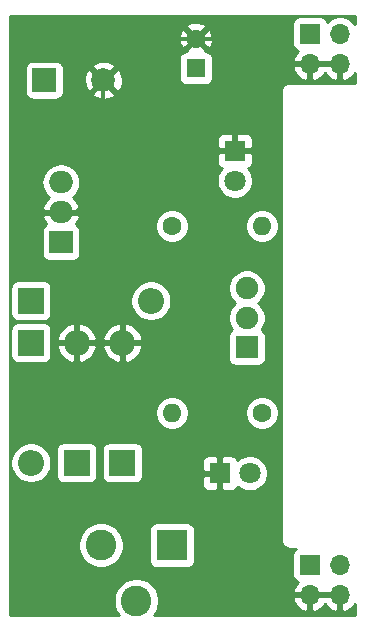
<source format=gbr>
G04 #@! TF.GenerationSoftware,KiCad,Pcbnew,(5.1.6)-1*
G04 #@! TF.CreationDate,2020-10-18T19:43:42+02:00*
G04 #@! TF.ProjectId,BreadboardPowerSupply,42726561-6462-46f6-9172-64506f776572,v1*
G04 #@! TF.SameCoordinates,Original*
G04 #@! TF.FileFunction,Copper,L2,Bot*
G04 #@! TF.FilePolarity,Positive*
%FSLAX46Y46*%
G04 Gerber Fmt 4.6, Leading zero omitted, Abs format (unit mm)*
G04 Created by KiCad (PCBNEW (5.1.6)-1) date 2020-10-18 19:43:42*
%MOMM*%
%LPD*%
G01*
G04 APERTURE LIST*
G04 #@! TA.AperFunction,ComponentPad*
%ADD10R,2.000000X2.000000*%
G04 #@! TD*
G04 #@! TA.AperFunction,ComponentPad*
%ADD11C,2.000000*%
G04 #@! TD*
G04 #@! TA.AperFunction,ComponentPad*
%ADD12R,2.200000X2.200000*%
G04 #@! TD*
G04 #@! TA.AperFunction,ComponentPad*
%ADD13O,2.200000X2.200000*%
G04 #@! TD*
G04 #@! TA.AperFunction,ComponentPad*
%ADD14C,1.600000*%
G04 #@! TD*
G04 #@! TA.AperFunction,ComponentPad*
%ADD15R,1.600000X1.600000*%
G04 #@! TD*
G04 #@! TA.AperFunction,ComponentPad*
%ADD16R,1.800000X1.800000*%
G04 #@! TD*
G04 #@! TA.AperFunction,ComponentPad*
%ADD17C,1.800000*%
G04 #@! TD*
G04 #@! TA.AperFunction,ComponentPad*
%ADD18R,2.600000X2.600000*%
G04 #@! TD*
G04 #@! TA.AperFunction,ComponentPad*
%ADD19C,2.600000*%
G04 #@! TD*
G04 #@! TA.AperFunction,ComponentPad*
%ADD20R,1.700000X1.700000*%
G04 #@! TD*
G04 #@! TA.AperFunction,ComponentPad*
%ADD21O,1.700000X1.700000*%
G04 #@! TD*
G04 #@! TA.AperFunction,ComponentPad*
%ADD22O,1.600000X1.600000*%
G04 #@! TD*
G04 #@! TA.AperFunction,ComponentPad*
%ADD23R,1.900000X1.900000*%
G04 #@! TD*
G04 #@! TA.AperFunction,ComponentPad*
%ADD24C,1.900000*%
G04 #@! TD*
G04 #@! TA.AperFunction,ComponentPad*
%ADD25R,2.000000X1.905000*%
G04 #@! TD*
G04 #@! TA.AperFunction,ComponentPad*
%ADD26O,2.000000X1.905000*%
G04 #@! TD*
G04 #@! TA.AperFunction,Conductor*
%ADD27C,0.300000*%
G04 #@! TD*
G04 #@! TA.AperFunction,Conductor*
%ADD28C,0.254000*%
G04 #@! TD*
G04 APERTURE END LIST*
D10*
X130175000Y-73914000D03*
D11*
X135175000Y-73914000D03*
D12*
X129032000Y-92583000D03*
D13*
X139192000Y-92583000D03*
D14*
X143002000Y-70398000D03*
D15*
X143002000Y-72898000D03*
D12*
X136779000Y-106299000D03*
D13*
X136779000Y-96139000D03*
X129032000Y-106299000D03*
D12*
X129032000Y-96139000D03*
D13*
X132905500Y-96139000D03*
D12*
X132905500Y-106299000D03*
D16*
X145029000Y-107188000D03*
D17*
X147569000Y-107188000D03*
X146304000Y-82423000D03*
D16*
X146304000Y-79883000D03*
D18*
X140970000Y-113284000D03*
D19*
X134970000Y-113284000D03*
X137970000Y-117984000D03*
D20*
X152654000Y-69977000D03*
D21*
X155194000Y-69977000D03*
X152654000Y-72517000D03*
X155194000Y-72517000D03*
X155194000Y-117475000D03*
X152654000Y-117475000D03*
X155194000Y-114935000D03*
D20*
X152654000Y-114935000D03*
D14*
X148590000Y-102074250D03*
D22*
X140970000Y-102074250D03*
X148590000Y-86246750D03*
D14*
X140970000Y-86246750D03*
D23*
X147320000Y-96520000D03*
D24*
X147320000Y-94020000D03*
X147320000Y-91520000D03*
D25*
X131572000Y-87630000D03*
D26*
X131572000Y-85090000D03*
X131572000Y-82550000D03*
D27*
X155194000Y-72517000D02*
X152654000Y-72517000D01*
X155194000Y-117475000D02*
X152654000Y-117475000D01*
X143002000Y-70398000D02*
X148122000Y-70398000D01*
X150241000Y-72517000D02*
X152654000Y-72517000D01*
X148122000Y-70398000D02*
X150241000Y-72517000D01*
X138691000Y-70398000D02*
X135175000Y-73914000D01*
X143002000Y-70398000D02*
X138691000Y-70398000D01*
X136779000Y-96139000D02*
X132905500Y-96139000D01*
X146304000Y-76454000D02*
X150241000Y-72517000D01*
X146304000Y-79883000D02*
X146304000Y-76454000D01*
X152654000Y-117475000D02*
X151384000Y-117475000D01*
X145029000Y-111120000D02*
X145029000Y-107188000D01*
X151384000Y-117475000D02*
X145029000Y-111120000D01*
X136779000Y-96139000D02*
X141732000Y-96139000D01*
X145029000Y-99436000D02*
X145029000Y-107188000D01*
X141732000Y-96139000D02*
X145029000Y-99436000D01*
X132905500Y-94583366D02*
X134874000Y-92614866D01*
X132905500Y-96139000D02*
X132905500Y-94583366D01*
X134874000Y-87092000D02*
X132872000Y-85090000D01*
X134874000Y-92614866D02*
X134874000Y-87092000D01*
X135175000Y-75328213D02*
X135175000Y-73914000D01*
X135175000Y-82787000D02*
X135175000Y-75328213D01*
X132872000Y-85090000D02*
X135175000Y-82787000D01*
X131572000Y-85090000D02*
X132872000Y-85090000D01*
D28*
G36*
X156439001Y-69167346D02*
G01*
X156347475Y-69030368D01*
X156140632Y-68823525D01*
X155897411Y-68661010D01*
X155627158Y-68549068D01*
X155340260Y-68492000D01*
X155047740Y-68492000D01*
X154760842Y-68549068D01*
X154490589Y-68661010D01*
X154247368Y-68823525D01*
X154115513Y-68955380D01*
X154093502Y-68882820D01*
X154034537Y-68772506D01*
X153955185Y-68675815D01*
X153858494Y-68596463D01*
X153748180Y-68537498D01*
X153628482Y-68501188D01*
X153504000Y-68488928D01*
X151804000Y-68488928D01*
X151679518Y-68501188D01*
X151559820Y-68537498D01*
X151449506Y-68596463D01*
X151352815Y-68675815D01*
X151273463Y-68772506D01*
X151214498Y-68882820D01*
X151178188Y-69002518D01*
X151165928Y-69127000D01*
X151165928Y-70827000D01*
X151178188Y-70951482D01*
X151214498Y-71071180D01*
X151273463Y-71181494D01*
X151352815Y-71278185D01*
X151449506Y-71357537D01*
X151559820Y-71416502D01*
X151640466Y-71440966D01*
X151556412Y-71516731D01*
X151382359Y-71750080D01*
X151257175Y-72012901D01*
X151212524Y-72160110D01*
X151333845Y-72390000D01*
X152527000Y-72390000D01*
X152527000Y-72370000D01*
X152781000Y-72370000D01*
X152781000Y-72390000D01*
X155067000Y-72390000D01*
X155067000Y-72370000D01*
X155321000Y-72370000D01*
X155321000Y-72390000D01*
X155341000Y-72390000D01*
X155341000Y-72644000D01*
X155321000Y-72644000D01*
X155321000Y-73837814D01*
X155550891Y-73958481D01*
X155825252Y-73861157D01*
X156075355Y-73712178D01*
X156291588Y-73517269D01*
X156439000Y-73319637D01*
X156439000Y-74143000D01*
X150908419Y-74143000D01*
X150876000Y-74139807D01*
X150843581Y-74143000D01*
X150746617Y-74152550D01*
X150622207Y-74190290D01*
X150507550Y-74251575D01*
X150407052Y-74334052D01*
X150324575Y-74434550D01*
X150263290Y-74549207D01*
X150225550Y-74673617D01*
X150212807Y-74803000D01*
X150216001Y-74835429D01*
X150216000Y-112870581D01*
X150212807Y-112903000D01*
X150225550Y-113032383D01*
X150263290Y-113156793D01*
X150324575Y-113271450D01*
X150407052Y-113371948D01*
X150507550Y-113454425D01*
X150622207Y-113515710D01*
X150746617Y-113553450D01*
X150876000Y-113566193D01*
X150908419Y-113563000D01*
X151439104Y-113563000D01*
X151352815Y-113633815D01*
X151273463Y-113730506D01*
X151214498Y-113840820D01*
X151178188Y-113960518D01*
X151165928Y-114085000D01*
X151165928Y-115785000D01*
X151178188Y-115909482D01*
X151214498Y-116029180D01*
X151273463Y-116139494D01*
X151352815Y-116236185D01*
X151449506Y-116315537D01*
X151559820Y-116374502D01*
X151640466Y-116398966D01*
X151556412Y-116474731D01*
X151382359Y-116708080D01*
X151257175Y-116970901D01*
X151212524Y-117118110D01*
X151333845Y-117348000D01*
X152527000Y-117348000D01*
X152527000Y-117328000D01*
X152781000Y-117328000D01*
X152781000Y-117348000D01*
X155067000Y-117348000D01*
X155067000Y-117328000D01*
X155321000Y-117328000D01*
X155321000Y-117348000D01*
X155341000Y-117348000D01*
X155341000Y-117602000D01*
X155321000Y-117602000D01*
X155321000Y-118795814D01*
X155550891Y-118916481D01*
X155825252Y-118819157D01*
X156075355Y-118670178D01*
X156291588Y-118475269D01*
X156439000Y-118277637D01*
X156439000Y-119228000D01*
X139462504Y-119228000D01*
X139473013Y-119217491D01*
X139684775Y-118900566D01*
X139830639Y-118548419D01*
X139905000Y-118174581D01*
X139905000Y-117831890D01*
X151212524Y-117831890D01*
X151257175Y-117979099D01*
X151382359Y-118241920D01*
X151556412Y-118475269D01*
X151772645Y-118670178D01*
X152022748Y-118819157D01*
X152297109Y-118916481D01*
X152527000Y-118795814D01*
X152527000Y-117602000D01*
X152781000Y-117602000D01*
X152781000Y-118795814D01*
X153010891Y-118916481D01*
X153285252Y-118819157D01*
X153535355Y-118670178D01*
X153751588Y-118475269D01*
X153924000Y-118244120D01*
X154096412Y-118475269D01*
X154312645Y-118670178D01*
X154562748Y-118819157D01*
X154837109Y-118916481D01*
X155067000Y-118795814D01*
X155067000Y-117602000D01*
X152781000Y-117602000D01*
X152527000Y-117602000D01*
X151333845Y-117602000D01*
X151212524Y-117831890D01*
X139905000Y-117831890D01*
X139905000Y-117793419D01*
X139830639Y-117419581D01*
X139684775Y-117067434D01*
X139473013Y-116750509D01*
X139203491Y-116480987D01*
X138886566Y-116269225D01*
X138534419Y-116123361D01*
X138160581Y-116049000D01*
X137779419Y-116049000D01*
X137405581Y-116123361D01*
X137053434Y-116269225D01*
X136736509Y-116480987D01*
X136466987Y-116750509D01*
X136255225Y-117067434D01*
X136109361Y-117419581D01*
X136035000Y-117793419D01*
X136035000Y-118174581D01*
X136109361Y-118548419D01*
X136255225Y-118900566D01*
X136466987Y-119217491D01*
X136477496Y-119228000D01*
X127279000Y-119228000D01*
X127279000Y-113093419D01*
X133035000Y-113093419D01*
X133035000Y-113474581D01*
X133109361Y-113848419D01*
X133255225Y-114200566D01*
X133466987Y-114517491D01*
X133736509Y-114787013D01*
X134053434Y-114998775D01*
X134405581Y-115144639D01*
X134779419Y-115219000D01*
X135160581Y-115219000D01*
X135534419Y-115144639D01*
X135886566Y-114998775D01*
X136203491Y-114787013D01*
X136473013Y-114517491D01*
X136684775Y-114200566D01*
X136830639Y-113848419D01*
X136905000Y-113474581D01*
X136905000Y-113093419D01*
X136830639Y-112719581D01*
X136684775Y-112367434D01*
X136473013Y-112050509D01*
X136406504Y-111984000D01*
X139031928Y-111984000D01*
X139031928Y-114584000D01*
X139044188Y-114708482D01*
X139080498Y-114828180D01*
X139139463Y-114938494D01*
X139218815Y-115035185D01*
X139315506Y-115114537D01*
X139425820Y-115173502D01*
X139545518Y-115209812D01*
X139670000Y-115222072D01*
X142270000Y-115222072D01*
X142394482Y-115209812D01*
X142514180Y-115173502D01*
X142624494Y-115114537D01*
X142721185Y-115035185D01*
X142800537Y-114938494D01*
X142859502Y-114828180D01*
X142895812Y-114708482D01*
X142908072Y-114584000D01*
X142908072Y-111984000D01*
X142895812Y-111859518D01*
X142859502Y-111739820D01*
X142800537Y-111629506D01*
X142721185Y-111532815D01*
X142624494Y-111453463D01*
X142514180Y-111394498D01*
X142394482Y-111358188D01*
X142270000Y-111345928D01*
X139670000Y-111345928D01*
X139545518Y-111358188D01*
X139425820Y-111394498D01*
X139315506Y-111453463D01*
X139218815Y-111532815D01*
X139139463Y-111629506D01*
X139080498Y-111739820D01*
X139044188Y-111859518D01*
X139031928Y-111984000D01*
X136406504Y-111984000D01*
X136203491Y-111780987D01*
X135886566Y-111569225D01*
X135534419Y-111423361D01*
X135160581Y-111349000D01*
X134779419Y-111349000D01*
X134405581Y-111423361D01*
X134053434Y-111569225D01*
X133736509Y-111780987D01*
X133466987Y-112050509D01*
X133255225Y-112367434D01*
X133109361Y-112719581D01*
X133035000Y-113093419D01*
X127279000Y-113093419D01*
X127279000Y-108088000D01*
X143490928Y-108088000D01*
X143503188Y-108212482D01*
X143539498Y-108332180D01*
X143598463Y-108442494D01*
X143677815Y-108539185D01*
X143774506Y-108618537D01*
X143884820Y-108677502D01*
X144004518Y-108713812D01*
X144129000Y-108726072D01*
X144743250Y-108723000D01*
X144902000Y-108564250D01*
X144902000Y-107315000D01*
X143652750Y-107315000D01*
X143494000Y-107473750D01*
X143490928Y-108088000D01*
X127279000Y-108088000D01*
X127279000Y-106128117D01*
X127297000Y-106128117D01*
X127297000Y-106469883D01*
X127363675Y-106805081D01*
X127494463Y-107120831D01*
X127684337Y-107404998D01*
X127926002Y-107646663D01*
X128210169Y-107836537D01*
X128525919Y-107967325D01*
X128861117Y-108034000D01*
X129202883Y-108034000D01*
X129538081Y-107967325D01*
X129853831Y-107836537D01*
X130137998Y-107646663D01*
X130379663Y-107404998D01*
X130569537Y-107120831D01*
X130700325Y-106805081D01*
X130767000Y-106469883D01*
X130767000Y-106128117D01*
X130700325Y-105792919D01*
X130569537Y-105477169D01*
X130383671Y-105199000D01*
X131167428Y-105199000D01*
X131167428Y-107399000D01*
X131179688Y-107523482D01*
X131215998Y-107643180D01*
X131274963Y-107753494D01*
X131354315Y-107850185D01*
X131451006Y-107929537D01*
X131561320Y-107988502D01*
X131681018Y-108024812D01*
X131805500Y-108037072D01*
X134005500Y-108037072D01*
X134129982Y-108024812D01*
X134249680Y-107988502D01*
X134359994Y-107929537D01*
X134456685Y-107850185D01*
X134536037Y-107753494D01*
X134595002Y-107643180D01*
X134631312Y-107523482D01*
X134643572Y-107399000D01*
X134643572Y-105199000D01*
X135040928Y-105199000D01*
X135040928Y-107399000D01*
X135053188Y-107523482D01*
X135089498Y-107643180D01*
X135148463Y-107753494D01*
X135227815Y-107850185D01*
X135324506Y-107929537D01*
X135434820Y-107988502D01*
X135554518Y-108024812D01*
X135679000Y-108037072D01*
X137879000Y-108037072D01*
X138003482Y-108024812D01*
X138123180Y-107988502D01*
X138233494Y-107929537D01*
X138330185Y-107850185D01*
X138409537Y-107753494D01*
X138468502Y-107643180D01*
X138504812Y-107523482D01*
X138517072Y-107399000D01*
X138517072Y-106288000D01*
X143490928Y-106288000D01*
X143494000Y-106902250D01*
X143652750Y-107061000D01*
X144902000Y-107061000D01*
X144902000Y-105811750D01*
X145156000Y-105811750D01*
X145156000Y-107061000D01*
X145176000Y-107061000D01*
X145176000Y-107315000D01*
X145156000Y-107315000D01*
X145156000Y-108564250D01*
X145314750Y-108723000D01*
X145929000Y-108726072D01*
X146053482Y-108713812D01*
X146173180Y-108677502D01*
X146283494Y-108618537D01*
X146380185Y-108539185D01*
X146459537Y-108442494D01*
X146518502Y-108332180D01*
X146524056Y-108313873D01*
X146590495Y-108380312D01*
X146841905Y-108548299D01*
X147121257Y-108664011D01*
X147417816Y-108723000D01*
X147720184Y-108723000D01*
X148016743Y-108664011D01*
X148296095Y-108548299D01*
X148547505Y-108380312D01*
X148761312Y-108166505D01*
X148929299Y-107915095D01*
X149045011Y-107635743D01*
X149104000Y-107339184D01*
X149104000Y-107036816D01*
X149045011Y-106740257D01*
X148929299Y-106460905D01*
X148761312Y-106209495D01*
X148547505Y-105995688D01*
X148296095Y-105827701D01*
X148016743Y-105711989D01*
X147720184Y-105653000D01*
X147417816Y-105653000D01*
X147121257Y-105711989D01*
X146841905Y-105827701D01*
X146590495Y-105995688D01*
X146524056Y-106062127D01*
X146518502Y-106043820D01*
X146459537Y-105933506D01*
X146380185Y-105836815D01*
X146283494Y-105757463D01*
X146173180Y-105698498D01*
X146053482Y-105662188D01*
X145929000Y-105649928D01*
X145314750Y-105653000D01*
X145156000Y-105811750D01*
X144902000Y-105811750D01*
X144743250Y-105653000D01*
X144129000Y-105649928D01*
X144004518Y-105662188D01*
X143884820Y-105698498D01*
X143774506Y-105757463D01*
X143677815Y-105836815D01*
X143598463Y-105933506D01*
X143539498Y-106043820D01*
X143503188Y-106163518D01*
X143490928Y-106288000D01*
X138517072Y-106288000D01*
X138517072Y-105199000D01*
X138504812Y-105074518D01*
X138468502Y-104954820D01*
X138409537Y-104844506D01*
X138330185Y-104747815D01*
X138233494Y-104668463D01*
X138123180Y-104609498D01*
X138003482Y-104573188D01*
X137879000Y-104560928D01*
X135679000Y-104560928D01*
X135554518Y-104573188D01*
X135434820Y-104609498D01*
X135324506Y-104668463D01*
X135227815Y-104747815D01*
X135148463Y-104844506D01*
X135089498Y-104954820D01*
X135053188Y-105074518D01*
X135040928Y-105199000D01*
X134643572Y-105199000D01*
X134631312Y-105074518D01*
X134595002Y-104954820D01*
X134536037Y-104844506D01*
X134456685Y-104747815D01*
X134359994Y-104668463D01*
X134249680Y-104609498D01*
X134129982Y-104573188D01*
X134005500Y-104560928D01*
X131805500Y-104560928D01*
X131681018Y-104573188D01*
X131561320Y-104609498D01*
X131451006Y-104668463D01*
X131354315Y-104747815D01*
X131274963Y-104844506D01*
X131215998Y-104954820D01*
X131179688Y-105074518D01*
X131167428Y-105199000D01*
X130383671Y-105199000D01*
X130379663Y-105193002D01*
X130137998Y-104951337D01*
X129853831Y-104761463D01*
X129538081Y-104630675D01*
X129202883Y-104564000D01*
X128861117Y-104564000D01*
X128525919Y-104630675D01*
X128210169Y-104761463D01*
X127926002Y-104951337D01*
X127684337Y-105193002D01*
X127494463Y-105477169D01*
X127363675Y-105792919D01*
X127297000Y-106128117D01*
X127279000Y-106128117D01*
X127279000Y-101932915D01*
X139535000Y-101932915D01*
X139535000Y-102215585D01*
X139590147Y-102492824D01*
X139698320Y-102753977D01*
X139855363Y-102989009D01*
X140055241Y-103188887D01*
X140290273Y-103345930D01*
X140551426Y-103454103D01*
X140828665Y-103509250D01*
X141111335Y-103509250D01*
X141388574Y-103454103D01*
X141649727Y-103345930D01*
X141884759Y-103188887D01*
X142084637Y-102989009D01*
X142241680Y-102753977D01*
X142349853Y-102492824D01*
X142405000Y-102215585D01*
X142405000Y-101932915D01*
X147155000Y-101932915D01*
X147155000Y-102215585D01*
X147210147Y-102492824D01*
X147318320Y-102753977D01*
X147475363Y-102989009D01*
X147675241Y-103188887D01*
X147910273Y-103345930D01*
X148171426Y-103454103D01*
X148448665Y-103509250D01*
X148731335Y-103509250D01*
X149008574Y-103454103D01*
X149269727Y-103345930D01*
X149504759Y-103188887D01*
X149704637Y-102989009D01*
X149861680Y-102753977D01*
X149969853Y-102492824D01*
X150025000Y-102215585D01*
X150025000Y-101932915D01*
X149969853Y-101655676D01*
X149861680Y-101394523D01*
X149704637Y-101159491D01*
X149504759Y-100959613D01*
X149269727Y-100802570D01*
X149008574Y-100694397D01*
X148731335Y-100639250D01*
X148448665Y-100639250D01*
X148171426Y-100694397D01*
X147910273Y-100802570D01*
X147675241Y-100959613D01*
X147475363Y-101159491D01*
X147318320Y-101394523D01*
X147210147Y-101655676D01*
X147155000Y-101932915D01*
X142405000Y-101932915D01*
X142349853Y-101655676D01*
X142241680Y-101394523D01*
X142084637Y-101159491D01*
X141884759Y-100959613D01*
X141649727Y-100802570D01*
X141388574Y-100694397D01*
X141111335Y-100639250D01*
X140828665Y-100639250D01*
X140551426Y-100694397D01*
X140290273Y-100802570D01*
X140055241Y-100959613D01*
X139855363Y-101159491D01*
X139698320Y-101394523D01*
X139590147Y-101655676D01*
X139535000Y-101932915D01*
X127279000Y-101932915D01*
X127279000Y-95039000D01*
X127293928Y-95039000D01*
X127293928Y-97239000D01*
X127306188Y-97363482D01*
X127342498Y-97483180D01*
X127401463Y-97593494D01*
X127480815Y-97690185D01*
X127577506Y-97769537D01*
X127687820Y-97828502D01*
X127807518Y-97864812D01*
X127932000Y-97877072D01*
X130132000Y-97877072D01*
X130256482Y-97864812D01*
X130376180Y-97828502D01*
X130486494Y-97769537D01*
X130583185Y-97690185D01*
X130662537Y-97593494D01*
X130721502Y-97483180D01*
X130757812Y-97363482D01*
X130770072Y-97239000D01*
X130770072Y-96535123D01*
X131216321Y-96535123D01*
X131326058Y-96857054D01*
X131496492Y-97151391D01*
X131721073Y-97406822D01*
X131991171Y-97613531D01*
X132296406Y-97763575D01*
X132509378Y-97828175D01*
X132778500Y-97710125D01*
X132778500Y-96266000D01*
X133032500Y-96266000D01*
X133032500Y-97710125D01*
X133301622Y-97828175D01*
X133514594Y-97763575D01*
X133819829Y-97613531D01*
X134089927Y-97406822D01*
X134314508Y-97151391D01*
X134484942Y-96857054D01*
X134594679Y-96535123D01*
X135089821Y-96535123D01*
X135199558Y-96857054D01*
X135369992Y-97151391D01*
X135594573Y-97406822D01*
X135864671Y-97613531D01*
X136169906Y-97763575D01*
X136382878Y-97828175D01*
X136652000Y-97710125D01*
X136652000Y-96266000D01*
X136906000Y-96266000D01*
X136906000Y-97710125D01*
X137175122Y-97828175D01*
X137388094Y-97763575D01*
X137693329Y-97613531D01*
X137963427Y-97406822D01*
X138188008Y-97151391D01*
X138358442Y-96857054D01*
X138468179Y-96535123D01*
X138350600Y-96266000D01*
X136906000Y-96266000D01*
X136652000Y-96266000D01*
X135207400Y-96266000D01*
X135089821Y-96535123D01*
X134594679Y-96535123D01*
X134477100Y-96266000D01*
X133032500Y-96266000D01*
X132778500Y-96266000D01*
X131333900Y-96266000D01*
X131216321Y-96535123D01*
X130770072Y-96535123D01*
X130770072Y-95742877D01*
X131216321Y-95742877D01*
X131333900Y-96012000D01*
X132778500Y-96012000D01*
X132778500Y-94567875D01*
X133032500Y-94567875D01*
X133032500Y-96012000D01*
X134477100Y-96012000D01*
X134594679Y-95742877D01*
X135089821Y-95742877D01*
X135207400Y-96012000D01*
X136652000Y-96012000D01*
X136652000Y-94567875D01*
X136906000Y-94567875D01*
X136906000Y-96012000D01*
X138350600Y-96012000D01*
X138468179Y-95742877D01*
X138409251Y-95570000D01*
X145731928Y-95570000D01*
X145731928Y-97470000D01*
X145744188Y-97594482D01*
X145780498Y-97714180D01*
X145839463Y-97824494D01*
X145918815Y-97921185D01*
X146015506Y-98000537D01*
X146125820Y-98059502D01*
X146245518Y-98095812D01*
X146370000Y-98108072D01*
X148270000Y-98108072D01*
X148394482Y-98095812D01*
X148514180Y-98059502D01*
X148624494Y-98000537D01*
X148721185Y-97921185D01*
X148800537Y-97824494D01*
X148859502Y-97714180D01*
X148895812Y-97594482D01*
X148908072Y-97470000D01*
X148908072Y-95570000D01*
X148895812Y-95445518D01*
X148859502Y-95325820D01*
X148800537Y-95215506D01*
X148721185Y-95118815D01*
X148624494Y-95039463D01*
X148565979Y-95008186D01*
X148724609Y-94770779D01*
X148844089Y-94482327D01*
X148905000Y-94176109D01*
X148905000Y-93863891D01*
X148844089Y-93557673D01*
X148724609Y-93269221D01*
X148551150Y-93009621D01*
X148330379Y-92788850D01*
X148302168Y-92770000D01*
X148330379Y-92751150D01*
X148551150Y-92530379D01*
X148724609Y-92270779D01*
X148844089Y-91982327D01*
X148905000Y-91676109D01*
X148905000Y-91363891D01*
X148844089Y-91057673D01*
X148724609Y-90769221D01*
X148551150Y-90509621D01*
X148330379Y-90288850D01*
X148070779Y-90115391D01*
X147782327Y-89995911D01*
X147476109Y-89935000D01*
X147163891Y-89935000D01*
X146857673Y-89995911D01*
X146569221Y-90115391D01*
X146309621Y-90288850D01*
X146088850Y-90509621D01*
X145915391Y-90769221D01*
X145795911Y-91057673D01*
X145735000Y-91363891D01*
X145735000Y-91676109D01*
X145795911Y-91982327D01*
X145915391Y-92270779D01*
X146088850Y-92530379D01*
X146309621Y-92751150D01*
X146337832Y-92770000D01*
X146309621Y-92788850D01*
X146088850Y-93009621D01*
X145915391Y-93269221D01*
X145795911Y-93557673D01*
X145735000Y-93863891D01*
X145735000Y-94176109D01*
X145795911Y-94482327D01*
X145915391Y-94770779D01*
X146074021Y-95008186D01*
X146015506Y-95039463D01*
X145918815Y-95118815D01*
X145839463Y-95215506D01*
X145780498Y-95325820D01*
X145744188Y-95445518D01*
X145731928Y-95570000D01*
X138409251Y-95570000D01*
X138358442Y-95420946D01*
X138188008Y-95126609D01*
X137963427Y-94871178D01*
X137693329Y-94664469D01*
X137388094Y-94514425D01*
X137175122Y-94449825D01*
X136906000Y-94567875D01*
X136652000Y-94567875D01*
X136382878Y-94449825D01*
X136169906Y-94514425D01*
X135864671Y-94664469D01*
X135594573Y-94871178D01*
X135369992Y-95126609D01*
X135199558Y-95420946D01*
X135089821Y-95742877D01*
X134594679Y-95742877D01*
X134484942Y-95420946D01*
X134314508Y-95126609D01*
X134089927Y-94871178D01*
X133819829Y-94664469D01*
X133514594Y-94514425D01*
X133301622Y-94449825D01*
X133032500Y-94567875D01*
X132778500Y-94567875D01*
X132509378Y-94449825D01*
X132296406Y-94514425D01*
X131991171Y-94664469D01*
X131721073Y-94871178D01*
X131496492Y-95126609D01*
X131326058Y-95420946D01*
X131216321Y-95742877D01*
X130770072Y-95742877D01*
X130770072Y-95039000D01*
X130757812Y-94914518D01*
X130721502Y-94794820D01*
X130662537Y-94684506D01*
X130583185Y-94587815D01*
X130486494Y-94508463D01*
X130376180Y-94449498D01*
X130256482Y-94413188D01*
X130132000Y-94400928D01*
X127932000Y-94400928D01*
X127807518Y-94413188D01*
X127687820Y-94449498D01*
X127577506Y-94508463D01*
X127480815Y-94587815D01*
X127401463Y-94684506D01*
X127342498Y-94794820D01*
X127306188Y-94914518D01*
X127293928Y-95039000D01*
X127279000Y-95039000D01*
X127279000Y-91483000D01*
X127293928Y-91483000D01*
X127293928Y-93683000D01*
X127306188Y-93807482D01*
X127342498Y-93927180D01*
X127401463Y-94037494D01*
X127480815Y-94134185D01*
X127577506Y-94213537D01*
X127687820Y-94272502D01*
X127807518Y-94308812D01*
X127932000Y-94321072D01*
X130132000Y-94321072D01*
X130256482Y-94308812D01*
X130376180Y-94272502D01*
X130486494Y-94213537D01*
X130583185Y-94134185D01*
X130662537Y-94037494D01*
X130721502Y-93927180D01*
X130757812Y-93807482D01*
X130770072Y-93683000D01*
X130770072Y-92412117D01*
X137457000Y-92412117D01*
X137457000Y-92753883D01*
X137523675Y-93089081D01*
X137654463Y-93404831D01*
X137844337Y-93688998D01*
X138086002Y-93930663D01*
X138370169Y-94120537D01*
X138685919Y-94251325D01*
X139021117Y-94318000D01*
X139362883Y-94318000D01*
X139698081Y-94251325D01*
X140013831Y-94120537D01*
X140297998Y-93930663D01*
X140539663Y-93688998D01*
X140729537Y-93404831D01*
X140860325Y-93089081D01*
X140927000Y-92753883D01*
X140927000Y-92412117D01*
X140860325Y-92076919D01*
X140729537Y-91761169D01*
X140539663Y-91477002D01*
X140297998Y-91235337D01*
X140013831Y-91045463D01*
X139698081Y-90914675D01*
X139362883Y-90848000D01*
X139021117Y-90848000D01*
X138685919Y-90914675D01*
X138370169Y-91045463D01*
X138086002Y-91235337D01*
X137844337Y-91477002D01*
X137654463Y-91761169D01*
X137523675Y-92076919D01*
X137457000Y-92412117D01*
X130770072Y-92412117D01*
X130770072Y-91483000D01*
X130757812Y-91358518D01*
X130721502Y-91238820D01*
X130662537Y-91128506D01*
X130583185Y-91031815D01*
X130486494Y-90952463D01*
X130376180Y-90893498D01*
X130256482Y-90857188D01*
X130132000Y-90844928D01*
X127932000Y-90844928D01*
X127807518Y-90857188D01*
X127687820Y-90893498D01*
X127577506Y-90952463D01*
X127480815Y-91031815D01*
X127401463Y-91128506D01*
X127342498Y-91238820D01*
X127306188Y-91358518D01*
X127293928Y-91483000D01*
X127279000Y-91483000D01*
X127279000Y-86677500D01*
X129933928Y-86677500D01*
X129933928Y-88582500D01*
X129946188Y-88706982D01*
X129982498Y-88826680D01*
X130041463Y-88936994D01*
X130120815Y-89033685D01*
X130217506Y-89113037D01*
X130327820Y-89172002D01*
X130447518Y-89208312D01*
X130572000Y-89220572D01*
X132572000Y-89220572D01*
X132696482Y-89208312D01*
X132816180Y-89172002D01*
X132926494Y-89113037D01*
X133023185Y-89033685D01*
X133102537Y-88936994D01*
X133161502Y-88826680D01*
X133197812Y-88706982D01*
X133210072Y-88582500D01*
X133210072Y-86677500D01*
X133197812Y-86553018D01*
X133161502Y-86433320D01*
X133102537Y-86323006D01*
X133023185Y-86226315D01*
X132926494Y-86146963D01*
X132848764Y-86105415D01*
X139535000Y-86105415D01*
X139535000Y-86388085D01*
X139590147Y-86665324D01*
X139698320Y-86926477D01*
X139855363Y-87161509D01*
X140055241Y-87361387D01*
X140290273Y-87518430D01*
X140551426Y-87626603D01*
X140828665Y-87681750D01*
X141111335Y-87681750D01*
X141388574Y-87626603D01*
X141649727Y-87518430D01*
X141884759Y-87361387D01*
X142084637Y-87161509D01*
X142241680Y-86926477D01*
X142349853Y-86665324D01*
X142405000Y-86388085D01*
X142405000Y-86105415D01*
X147155000Y-86105415D01*
X147155000Y-86388085D01*
X147210147Y-86665324D01*
X147318320Y-86926477D01*
X147475363Y-87161509D01*
X147675241Y-87361387D01*
X147910273Y-87518430D01*
X148171426Y-87626603D01*
X148448665Y-87681750D01*
X148731335Y-87681750D01*
X149008574Y-87626603D01*
X149269727Y-87518430D01*
X149504759Y-87361387D01*
X149704637Y-87161509D01*
X149861680Y-86926477D01*
X149969853Y-86665324D01*
X150025000Y-86388085D01*
X150025000Y-86105415D01*
X149969853Y-85828176D01*
X149861680Y-85567023D01*
X149704637Y-85331991D01*
X149504759Y-85132113D01*
X149269727Y-84975070D01*
X149008574Y-84866897D01*
X148731335Y-84811750D01*
X148448665Y-84811750D01*
X148171426Y-84866897D01*
X147910273Y-84975070D01*
X147675241Y-85132113D01*
X147475363Y-85331991D01*
X147318320Y-85567023D01*
X147210147Y-85828176D01*
X147155000Y-86105415D01*
X142405000Y-86105415D01*
X142349853Y-85828176D01*
X142241680Y-85567023D01*
X142084637Y-85331991D01*
X141884759Y-85132113D01*
X141649727Y-84975070D01*
X141388574Y-84866897D01*
X141111335Y-84811750D01*
X140828665Y-84811750D01*
X140551426Y-84866897D01*
X140290273Y-84975070D01*
X140055241Y-85132113D01*
X139855363Y-85331991D01*
X139698320Y-85567023D01*
X139590147Y-85828176D01*
X139535000Y-86105415D01*
X132848764Y-86105415D01*
X132834781Y-86097941D01*
X132947969Y-85956923D01*
X133091571Y-85681094D01*
X133162563Y-85462980D01*
X133042594Y-85217000D01*
X131699000Y-85217000D01*
X131699000Y-85237000D01*
X131445000Y-85237000D01*
X131445000Y-85217000D01*
X130101406Y-85217000D01*
X129981437Y-85462980D01*
X130052429Y-85681094D01*
X130196031Y-85956923D01*
X130309219Y-86097941D01*
X130217506Y-86146963D01*
X130120815Y-86226315D01*
X130041463Y-86323006D01*
X129982498Y-86433320D01*
X129946188Y-86553018D01*
X129933928Y-86677500D01*
X127279000Y-86677500D01*
X127279000Y-82550000D01*
X129929319Y-82550000D01*
X129959970Y-82861204D01*
X130050745Y-83160449D01*
X130198155Y-83436235D01*
X130396537Y-83677963D01*
X130575899Y-83825163D01*
X130390685Y-83980563D01*
X130196031Y-84223077D01*
X130052429Y-84498906D01*
X129981437Y-84717020D01*
X130101406Y-84963000D01*
X131445000Y-84963000D01*
X131445000Y-84943000D01*
X131699000Y-84943000D01*
X131699000Y-84963000D01*
X133042594Y-84963000D01*
X133162563Y-84717020D01*
X133091571Y-84498906D01*
X132947969Y-84223077D01*
X132753315Y-83980563D01*
X132568101Y-83825163D01*
X132747463Y-83677963D01*
X132945845Y-83436235D01*
X133093255Y-83160449D01*
X133184030Y-82861204D01*
X133214681Y-82550000D01*
X133184030Y-82238796D01*
X133093255Y-81939551D01*
X132945845Y-81663765D01*
X132747463Y-81422037D01*
X132505735Y-81223655D01*
X132229949Y-81076245D01*
X131930704Y-80985470D01*
X131697486Y-80962500D01*
X131446514Y-80962500D01*
X131213296Y-80985470D01*
X130914051Y-81076245D01*
X130638265Y-81223655D01*
X130396537Y-81422037D01*
X130198155Y-81663765D01*
X130050745Y-81939551D01*
X129959970Y-82238796D01*
X129929319Y-82550000D01*
X127279000Y-82550000D01*
X127279000Y-80783000D01*
X144765928Y-80783000D01*
X144778188Y-80907482D01*
X144814498Y-81027180D01*
X144873463Y-81137494D01*
X144952815Y-81234185D01*
X145049506Y-81313537D01*
X145159820Y-81372502D01*
X145178127Y-81378056D01*
X145111688Y-81444495D01*
X144943701Y-81695905D01*
X144827989Y-81975257D01*
X144769000Y-82271816D01*
X144769000Y-82574184D01*
X144827989Y-82870743D01*
X144943701Y-83150095D01*
X145111688Y-83401505D01*
X145325495Y-83615312D01*
X145576905Y-83783299D01*
X145856257Y-83899011D01*
X146152816Y-83958000D01*
X146455184Y-83958000D01*
X146751743Y-83899011D01*
X147031095Y-83783299D01*
X147282505Y-83615312D01*
X147496312Y-83401505D01*
X147664299Y-83150095D01*
X147780011Y-82870743D01*
X147839000Y-82574184D01*
X147839000Y-82271816D01*
X147780011Y-81975257D01*
X147664299Y-81695905D01*
X147496312Y-81444495D01*
X147429873Y-81378056D01*
X147448180Y-81372502D01*
X147558494Y-81313537D01*
X147655185Y-81234185D01*
X147734537Y-81137494D01*
X147793502Y-81027180D01*
X147829812Y-80907482D01*
X147842072Y-80783000D01*
X147839000Y-80168750D01*
X147680250Y-80010000D01*
X146431000Y-80010000D01*
X146431000Y-80030000D01*
X146177000Y-80030000D01*
X146177000Y-80010000D01*
X144927750Y-80010000D01*
X144769000Y-80168750D01*
X144765928Y-80783000D01*
X127279000Y-80783000D01*
X127279000Y-78983000D01*
X144765928Y-78983000D01*
X144769000Y-79597250D01*
X144927750Y-79756000D01*
X146177000Y-79756000D01*
X146177000Y-78506750D01*
X146431000Y-78506750D01*
X146431000Y-79756000D01*
X147680250Y-79756000D01*
X147839000Y-79597250D01*
X147842072Y-78983000D01*
X147829812Y-78858518D01*
X147793502Y-78738820D01*
X147734537Y-78628506D01*
X147655185Y-78531815D01*
X147558494Y-78452463D01*
X147448180Y-78393498D01*
X147328482Y-78357188D01*
X147204000Y-78344928D01*
X146589750Y-78348000D01*
X146431000Y-78506750D01*
X146177000Y-78506750D01*
X146018250Y-78348000D01*
X145404000Y-78344928D01*
X145279518Y-78357188D01*
X145159820Y-78393498D01*
X145049506Y-78452463D01*
X144952815Y-78531815D01*
X144873463Y-78628506D01*
X144814498Y-78738820D01*
X144778188Y-78858518D01*
X144765928Y-78983000D01*
X127279000Y-78983000D01*
X127279000Y-72914000D01*
X128536928Y-72914000D01*
X128536928Y-74914000D01*
X128549188Y-75038482D01*
X128585498Y-75158180D01*
X128644463Y-75268494D01*
X128723815Y-75365185D01*
X128820506Y-75444537D01*
X128930820Y-75503502D01*
X129050518Y-75539812D01*
X129175000Y-75552072D01*
X131175000Y-75552072D01*
X131299482Y-75539812D01*
X131419180Y-75503502D01*
X131529494Y-75444537D01*
X131626185Y-75365185D01*
X131705537Y-75268494D01*
X131764502Y-75158180D01*
X131797496Y-75049413D01*
X134219192Y-75049413D01*
X134314956Y-75313814D01*
X134604571Y-75454704D01*
X134916108Y-75536384D01*
X135237595Y-75555718D01*
X135556675Y-75511961D01*
X135861088Y-75406795D01*
X136035044Y-75313814D01*
X136130808Y-75049413D01*
X135175000Y-74093605D01*
X134219192Y-75049413D01*
X131797496Y-75049413D01*
X131800812Y-75038482D01*
X131813072Y-74914000D01*
X131813072Y-73976595D01*
X133533282Y-73976595D01*
X133577039Y-74295675D01*
X133682205Y-74600088D01*
X133775186Y-74774044D01*
X134039587Y-74869808D01*
X134995395Y-73914000D01*
X135354605Y-73914000D01*
X136310413Y-74869808D01*
X136574814Y-74774044D01*
X136715704Y-74484429D01*
X136797384Y-74172892D01*
X136816718Y-73851405D01*
X136772961Y-73532325D01*
X136667795Y-73227912D01*
X136574814Y-73053956D01*
X136310413Y-72958192D01*
X135354605Y-73914000D01*
X134995395Y-73914000D01*
X134039587Y-72958192D01*
X133775186Y-73053956D01*
X133634296Y-73343571D01*
X133552616Y-73655108D01*
X133533282Y-73976595D01*
X131813072Y-73976595D01*
X131813072Y-72914000D01*
X131800812Y-72789518D01*
X131797497Y-72778587D01*
X134219192Y-72778587D01*
X135175000Y-73734395D01*
X136130808Y-72778587D01*
X136035044Y-72514186D01*
X135745429Y-72373296D01*
X135433892Y-72291616D01*
X135112405Y-72272282D01*
X134793325Y-72316039D01*
X134488912Y-72421205D01*
X134314956Y-72514186D01*
X134219192Y-72778587D01*
X131797497Y-72778587D01*
X131764502Y-72669820D01*
X131705537Y-72559506D01*
X131626185Y-72462815D01*
X131529494Y-72383463D01*
X131419180Y-72324498D01*
X131299482Y-72288188D01*
X131175000Y-72275928D01*
X129175000Y-72275928D01*
X129050518Y-72288188D01*
X128930820Y-72324498D01*
X128820506Y-72383463D01*
X128723815Y-72462815D01*
X128644463Y-72559506D01*
X128585498Y-72669820D01*
X128549188Y-72789518D01*
X128536928Y-72914000D01*
X127279000Y-72914000D01*
X127279000Y-72098000D01*
X141563928Y-72098000D01*
X141563928Y-73698000D01*
X141576188Y-73822482D01*
X141612498Y-73942180D01*
X141671463Y-74052494D01*
X141750815Y-74149185D01*
X141847506Y-74228537D01*
X141957820Y-74287502D01*
X142077518Y-74323812D01*
X142202000Y-74336072D01*
X143802000Y-74336072D01*
X143926482Y-74323812D01*
X144046180Y-74287502D01*
X144156494Y-74228537D01*
X144253185Y-74149185D01*
X144332537Y-74052494D01*
X144391502Y-73942180D01*
X144427812Y-73822482D01*
X144440072Y-73698000D01*
X144440072Y-72873890D01*
X151212524Y-72873890D01*
X151257175Y-73021099D01*
X151382359Y-73283920D01*
X151556412Y-73517269D01*
X151772645Y-73712178D01*
X152022748Y-73861157D01*
X152297109Y-73958481D01*
X152527000Y-73837814D01*
X152527000Y-72644000D01*
X152781000Y-72644000D01*
X152781000Y-73837814D01*
X153010891Y-73958481D01*
X153285252Y-73861157D01*
X153535355Y-73712178D01*
X153751588Y-73517269D01*
X153924000Y-73286120D01*
X154096412Y-73517269D01*
X154312645Y-73712178D01*
X154562748Y-73861157D01*
X154837109Y-73958481D01*
X155067000Y-73837814D01*
X155067000Y-72644000D01*
X152781000Y-72644000D01*
X152527000Y-72644000D01*
X151333845Y-72644000D01*
X151212524Y-72873890D01*
X144440072Y-72873890D01*
X144440072Y-72098000D01*
X144427812Y-71973518D01*
X144391502Y-71853820D01*
X144332537Y-71743506D01*
X144253185Y-71646815D01*
X144156494Y-71567463D01*
X144046180Y-71508498D01*
X143926482Y-71472188D01*
X143802000Y-71459928D01*
X143794785Y-71459928D01*
X143815097Y-71390702D01*
X143002000Y-70577605D01*
X142188903Y-71390702D01*
X142209215Y-71459928D01*
X142202000Y-71459928D01*
X142077518Y-71472188D01*
X141957820Y-71508498D01*
X141847506Y-71567463D01*
X141750815Y-71646815D01*
X141671463Y-71743506D01*
X141612498Y-71853820D01*
X141576188Y-71973518D01*
X141563928Y-72098000D01*
X127279000Y-72098000D01*
X127279000Y-70468512D01*
X141561783Y-70468512D01*
X141603213Y-70748130D01*
X141698397Y-71014292D01*
X141765329Y-71139514D01*
X142009298Y-71211097D01*
X142822395Y-70398000D01*
X143181605Y-70398000D01*
X143994702Y-71211097D01*
X144238671Y-71139514D01*
X144359571Y-70884004D01*
X144428300Y-70609816D01*
X144442217Y-70327488D01*
X144400787Y-70047870D01*
X144305603Y-69781708D01*
X144238671Y-69656486D01*
X143994702Y-69584903D01*
X143181605Y-70398000D01*
X142822395Y-70398000D01*
X142009298Y-69584903D01*
X141765329Y-69656486D01*
X141644429Y-69911996D01*
X141575700Y-70186184D01*
X141561783Y-70468512D01*
X127279000Y-70468512D01*
X127279000Y-69405298D01*
X142188903Y-69405298D01*
X143002000Y-70218395D01*
X143815097Y-69405298D01*
X143743514Y-69161329D01*
X143488004Y-69040429D01*
X143213816Y-68971700D01*
X142931488Y-68957783D01*
X142651870Y-68999213D01*
X142385708Y-69094397D01*
X142260486Y-69161329D01*
X142188903Y-69405298D01*
X127279000Y-69405298D01*
X127279000Y-68478000D01*
X156439001Y-68478000D01*
X156439001Y-69167346D01*
G37*
X156439001Y-69167346D02*
X156347475Y-69030368D01*
X156140632Y-68823525D01*
X155897411Y-68661010D01*
X155627158Y-68549068D01*
X155340260Y-68492000D01*
X155047740Y-68492000D01*
X154760842Y-68549068D01*
X154490589Y-68661010D01*
X154247368Y-68823525D01*
X154115513Y-68955380D01*
X154093502Y-68882820D01*
X154034537Y-68772506D01*
X153955185Y-68675815D01*
X153858494Y-68596463D01*
X153748180Y-68537498D01*
X153628482Y-68501188D01*
X153504000Y-68488928D01*
X151804000Y-68488928D01*
X151679518Y-68501188D01*
X151559820Y-68537498D01*
X151449506Y-68596463D01*
X151352815Y-68675815D01*
X151273463Y-68772506D01*
X151214498Y-68882820D01*
X151178188Y-69002518D01*
X151165928Y-69127000D01*
X151165928Y-70827000D01*
X151178188Y-70951482D01*
X151214498Y-71071180D01*
X151273463Y-71181494D01*
X151352815Y-71278185D01*
X151449506Y-71357537D01*
X151559820Y-71416502D01*
X151640466Y-71440966D01*
X151556412Y-71516731D01*
X151382359Y-71750080D01*
X151257175Y-72012901D01*
X151212524Y-72160110D01*
X151333845Y-72390000D01*
X152527000Y-72390000D01*
X152527000Y-72370000D01*
X152781000Y-72370000D01*
X152781000Y-72390000D01*
X155067000Y-72390000D01*
X155067000Y-72370000D01*
X155321000Y-72370000D01*
X155321000Y-72390000D01*
X155341000Y-72390000D01*
X155341000Y-72644000D01*
X155321000Y-72644000D01*
X155321000Y-73837814D01*
X155550891Y-73958481D01*
X155825252Y-73861157D01*
X156075355Y-73712178D01*
X156291588Y-73517269D01*
X156439000Y-73319637D01*
X156439000Y-74143000D01*
X150908419Y-74143000D01*
X150876000Y-74139807D01*
X150843581Y-74143000D01*
X150746617Y-74152550D01*
X150622207Y-74190290D01*
X150507550Y-74251575D01*
X150407052Y-74334052D01*
X150324575Y-74434550D01*
X150263290Y-74549207D01*
X150225550Y-74673617D01*
X150212807Y-74803000D01*
X150216001Y-74835429D01*
X150216000Y-112870581D01*
X150212807Y-112903000D01*
X150225550Y-113032383D01*
X150263290Y-113156793D01*
X150324575Y-113271450D01*
X150407052Y-113371948D01*
X150507550Y-113454425D01*
X150622207Y-113515710D01*
X150746617Y-113553450D01*
X150876000Y-113566193D01*
X150908419Y-113563000D01*
X151439104Y-113563000D01*
X151352815Y-113633815D01*
X151273463Y-113730506D01*
X151214498Y-113840820D01*
X151178188Y-113960518D01*
X151165928Y-114085000D01*
X151165928Y-115785000D01*
X151178188Y-115909482D01*
X151214498Y-116029180D01*
X151273463Y-116139494D01*
X151352815Y-116236185D01*
X151449506Y-116315537D01*
X151559820Y-116374502D01*
X151640466Y-116398966D01*
X151556412Y-116474731D01*
X151382359Y-116708080D01*
X151257175Y-116970901D01*
X151212524Y-117118110D01*
X151333845Y-117348000D01*
X152527000Y-117348000D01*
X152527000Y-117328000D01*
X152781000Y-117328000D01*
X152781000Y-117348000D01*
X155067000Y-117348000D01*
X155067000Y-117328000D01*
X155321000Y-117328000D01*
X155321000Y-117348000D01*
X155341000Y-117348000D01*
X155341000Y-117602000D01*
X155321000Y-117602000D01*
X155321000Y-118795814D01*
X155550891Y-118916481D01*
X155825252Y-118819157D01*
X156075355Y-118670178D01*
X156291588Y-118475269D01*
X156439000Y-118277637D01*
X156439000Y-119228000D01*
X139462504Y-119228000D01*
X139473013Y-119217491D01*
X139684775Y-118900566D01*
X139830639Y-118548419D01*
X139905000Y-118174581D01*
X139905000Y-117831890D01*
X151212524Y-117831890D01*
X151257175Y-117979099D01*
X151382359Y-118241920D01*
X151556412Y-118475269D01*
X151772645Y-118670178D01*
X152022748Y-118819157D01*
X152297109Y-118916481D01*
X152527000Y-118795814D01*
X152527000Y-117602000D01*
X152781000Y-117602000D01*
X152781000Y-118795814D01*
X153010891Y-118916481D01*
X153285252Y-118819157D01*
X153535355Y-118670178D01*
X153751588Y-118475269D01*
X153924000Y-118244120D01*
X154096412Y-118475269D01*
X154312645Y-118670178D01*
X154562748Y-118819157D01*
X154837109Y-118916481D01*
X155067000Y-118795814D01*
X155067000Y-117602000D01*
X152781000Y-117602000D01*
X152527000Y-117602000D01*
X151333845Y-117602000D01*
X151212524Y-117831890D01*
X139905000Y-117831890D01*
X139905000Y-117793419D01*
X139830639Y-117419581D01*
X139684775Y-117067434D01*
X139473013Y-116750509D01*
X139203491Y-116480987D01*
X138886566Y-116269225D01*
X138534419Y-116123361D01*
X138160581Y-116049000D01*
X137779419Y-116049000D01*
X137405581Y-116123361D01*
X137053434Y-116269225D01*
X136736509Y-116480987D01*
X136466987Y-116750509D01*
X136255225Y-117067434D01*
X136109361Y-117419581D01*
X136035000Y-117793419D01*
X136035000Y-118174581D01*
X136109361Y-118548419D01*
X136255225Y-118900566D01*
X136466987Y-119217491D01*
X136477496Y-119228000D01*
X127279000Y-119228000D01*
X127279000Y-113093419D01*
X133035000Y-113093419D01*
X133035000Y-113474581D01*
X133109361Y-113848419D01*
X133255225Y-114200566D01*
X133466987Y-114517491D01*
X133736509Y-114787013D01*
X134053434Y-114998775D01*
X134405581Y-115144639D01*
X134779419Y-115219000D01*
X135160581Y-115219000D01*
X135534419Y-115144639D01*
X135886566Y-114998775D01*
X136203491Y-114787013D01*
X136473013Y-114517491D01*
X136684775Y-114200566D01*
X136830639Y-113848419D01*
X136905000Y-113474581D01*
X136905000Y-113093419D01*
X136830639Y-112719581D01*
X136684775Y-112367434D01*
X136473013Y-112050509D01*
X136406504Y-111984000D01*
X139031928Y-111984000D01*
X139031928Y-114584000D01*
X139044188Y-114708482D01*
X139080498Y-114828180D01*
X139139463Y-114938494D01*
X139218815Y-115035185D01*
X139315506Y-115114537D01*
X139425820Y-115173502D01*
X139545518Y-115209812D01*
X139670000Y-115222072D01*
X142270000Y-115222072D01*
X142394482Y-115209812D01*
X142514180Y-115173502D01*
X142624494Y-115114537D01*
X142721185Y-115035185D01*
X142800537Y-114938494D01*
X142859502Y-114828180D01*
X142895812Y-114708482D01*
X142908072Y-114584000D01*
X142908072Y-111984000D01*
X142895812Y-111859518D01*
X142859502Y-111739820D01*
X142800537Y-111629506D01*
X142721185Y-111532815D01*
X142624494Y-111453463D01*
X142514180Y-111394498D01*
X142394482Y-111358188D01*
X142270000Y-111345928D01*
X139670000Y-111345928D01*
X139545518Y-111358188D01*
X139425820Y-111394498D01*
X139315506Y-111453463D01*
X139218815Y-111532815D01*
X139139463Y-111629506D01*
X139080498Y-111739820D01*
X139044188Y-111859518D01*
X139031928Y-111984000D01*
X136406504Y-111984000D01*
X136203491Y-111780987D01*
X135886566Y-111569225D01*
X135534419Y-111423361D01*
X135160581Y-111349000D01*
X134779419Y-111349000D01*
X134405581Y-111423361D01*
X134053434Y-111569225D01*
X133736509Y-111780987D01*
X133466987Y-112050509D01*
X133255225Y-112367434D01*
X133109361Y-112719581D01*
X133035000Y-113093419D01*
X127279000Y-113093419D01*
X127279000Y-108088000D01*
X143490928Y-108088000D01*
X143503188Y-108212482D01*
X143539498Y-108332180D01*
X143598463Y-108442494D01*
X143677815Y-108539185D01*
X143774506Y-108618537D01*
X143884820Y-108677502D01*
X144004518Y-108713812D01*
X144129000Y-108726072D01*
X144743250Y-108723000D01*
X144902000Y-108564250D01*
X144902000Y-107315000D01*
X143652750Y-107315000D01*
X143494000Y-107473750D01*
X143490928Y-108088000D01*
X127279000Y-108088000D01*
X127279000Y-106128117D01*
X127297000Y-106128117D01*
X127297000Y-106469883D01*
X127363675Y-106805081D01*
X127494463Y-107120831D01*
X127684337Y-107404998D01*
X127926002Y-107646663D01*
X128210169Y-107836537D01*
X128525919Y-107967325D01*
X128861117Y-108034000D01*
X129202883Y-108034000D01*
X129538081Y-107967325D01*
X129853831Y-107836537D01*
X130137998Y-107646663D01*
X130379663Y-107404998D01*
X130569537Y-107120831D01*
X130700325Y-106805081D01*
X130767000Y-106469883D01*
X130767000Y-106128117D01*
X130700325Y-105792919D01*
X130569537Y-105477169D01*
X130383671Y-105199000D01*
X131167428Y-105199000D01*
X131167428Y-107399000D01*
X131179688Y-107523482D01*
X131215998Y-107643180D01*
X131274963Y-107753494D01*
X131354315Y-107850185D01*
X131451006Y-107929537D01*
X131561320Y-107988502D01*
X131681018Y-108024812D01*
X131805500Y-108037072D01*
X134005500Y-108037072D01*
X134129982Y-108024812D01*
X134249680Y-107988502D01*
X134359994Y-107929537D01*
X134456685Y-107850185D01*
X134536037Y-107753494D01*
X134595002Y-107643180D01*
X134631312Y-107523482D01*
X134643572Y-107399000D01*
X134643572Y-105199000D01*
X135040928Y-105199000D01*
X135040928Y-107399000D01*
X135053188Y-107523482D01*
X135089498Y-107643180D01*
X135148463Y-107753494D01*
X135227815Y-107850185D01*
X135324506Y-107929537D01*
X135434820Y-107988502D01*
X135554518Y-108024812D01*
X135679000Y-108037072D01*
X137879000Y-108037072D01*
X138003482Y-108024812D01*
X138123180Y-107988502D01*
X138233494Y-107929537D01*
X138330185Y-107850185D01*
X138409537Y-107753494D01*
X138468502Y-107643180D01*
X138504812Y-107523482D01*
X138517072Y-107399000D01*
X138517072Y-106288000D01*
X143490928Y-106288000D01*
X143494000Y-106902250D01*
X143652750Y-107061000D01*
X144902000Y-107061000D01*
X144902000Y-105811750D01*
X145156000Y-105811750D01*
X145156000Y-107061000D01*
X145176000Y-107061000D01*
X145176000Y-107315000D01*
X145156000Y-107315000D01*
X145156000Y-108564250D01*
X145314750Y-108723000D01*
X145929000Y-108726072D01*
X146053482Y-108713812D01*
X146173180Y-108677502D01*
X146283494Y-108618537D01*
X146380185Y-108539185D01*
X146459537Y-108442494D01*
X146518502Y-108332180D01*
X146524056Y-108313873D01*
X146590495Y-108380312D01*
X146841905Y-108548299D01*
X147121257Y-108664011D01*
X147417816Y-108723000D01*
X147720184Y-108723000D01*
X148016743Y-108664011D01*
X148296095Y-108548299D01*
X148547505Y-108380312D01*
X148761312Y-108166505D01*
X148929299Y-107915095D01*
X149045011Y-107635743D01*
X149104000Y-107339184D01*
X149104000Y-107036816D01*
X149045011Y-106740257D01*
X148929299Y-106460905D01*
X148761312Y-106209495D01*
X148547505Y-105995688D01*
X148296095Y-105827701D01*
X148016743Y-105711989D01*
X147720184Y-105653000D01*
X147417816Y-105653000D01*
X147121257Y-105711989D01*
X146841905Y-105827701D01*
X146590495Y-105995688D01*
X146524056Y-106062127D01*
X146518502Y-106043820D01*
X146459537Y-105933506D01*
X146380185Y-105836815D01*
X146283494Y-105757463D01*
X146173180Y-105698498D01*
X146053482Y-105662188D01*
X145929000Y-105649928D01*
X145314750Y-105653000D01*
X145156000Y-105811750D01*
X144902000Y-105811750D01*
X144743250Y-105653000D01*
X144129000Y-105649928D01*
X144004518Y-105662188D01*
X143884820Y-105698498D01*
X143774506Y-105757463D01*
X143677815Y-105836815D01*
X143598463Y-105933506D01*
X143539498Y-106043820D01*
X143503188Y-106163518D01*
X143490928Y-106288000D01*
X138517072Y-106288000D01*
X138517072Y-105199000D01*
X138504812Y-105074518D01*
X138468502Y-104954820D01*
X138409537Y-104844506D01*
X138330185Y-104747815D01*
X138233494Y-104668463D01*
X138123180Y-104609498D01*
X138003482Y-104573188D01*
X137879000Y-104560928D01*
X135679000Y-104560928D01*
X135554518Y-104573188D01*
X135434820Y-104609498D01*
X135324506Y-104668463D01*
X135227815Y-104747815D01*
X135148463Y-104844506D01*
X135089498Y-104954820D01*
X135053188Y-105074518D01*
X135040928Y-105199000D01*
X134643572Y-105199000D01*
X134631312Y-105074518D01*
X134595002Y-104954820D01*
X134536037Y-104844506D01*
X134456685Y-104747815D01*
X134359994Y-104668463D01*
X134249680Y-104609498D01*
X134129982Y-104573188D01*
X134005500Y-104560928D01*
X131805500Y-104560928D01*
X131681018Y-104573188D01*
X131561320Y-104609498D01*
X131451006Y-104668463D01*
X131354315Y-104747815D01*
X131274963Y-104844506D01*
X131215998Y-104954820D01*
X131179688Y-105074518D01*
X131167428Y-105199000D01*
X130383671Y-105199000D01*
X130379663Y-105193002D01*
X130137998Y-104951337D01*
X129853831Y-104761463D01*
X129538081Y-104630675D01*
X129202883Y-104564000D01*
X128861117Y-104564000D01*
X128525919Y-104630675D01*
X128210169Y-104761463D01*
X127926002Y-104951337D01*
X127684337Y-105193002D01*
X127494463Y-105477169D01*
X127363675Y-105792919D01*
X127297000Y-106128117D01*
X127279000Y-106128117D01*
X127279000Y-101932915D01*
X139535000Y-101932915D01*
X139535000Y-102215585D01*
X139590147Y-102492824D01*
X139698320Y-102753977D01*
X139855363Y-102989009D01*
X140055241Y-103188887D01*
X140290273Y-103345930D01*
X140551426Y-103454103D01*
X140828665Y-103509250D01*
X141111335Y-103509250D01*
X141388574Y-103454103D01*
X141649727Y-103345930D01*
X141884759Y-103188887D01*
X142084637Y-102989009D01*
X142241680Y-102753977D01*
X142349853Y-102492824D01*
X142405000Y-102215585D01*
X142405000Y-101932915D01*
X147155000Y-101932915D01*
X147155000Y-102215585D01*
X147210147Y-102492824D01*
X147318320Y-102753977D01*
X147475363Y-102989009D01*
X147675241Y-103188887D01*
X147910273Y-103345930D01*
X148171426Y-103454103D01*
X148448665Y-103509250D01*
X148731335Y-103509250D01*
X149008574Y-103454103D01*
X149269727Y-103345930D01*
X149504759Y-103188887D01*
X149704637Y-102989009D01*
X149861680Y-102753977D01*
X149969853Y-102492824D01*
X150025000Y-102215585D01*
X150025000Y-101932915D01*
X149969853Y-101655676D01*
X149861680Y-101394523D01*
X149704637Y-101159491D01*
X149504759Y-100959613D01*
X149269727Y-100802570D01*
X149008574Y-100694397D01*
X148731335Y-100639250D01*
X148448665Y-100639250D01*
X148171426Y-100694397D01*
X147910273Y-100802570D01*
X147675241Y-100959613D01*
X147475363Y-101159491D01*
X147318320Y-101394523D01*
X147210147Y-101655676D01*
X147155000Y-101932915D01*
X142405000Y-101932915D01*
X142349853Y-101655676D01*
X142241680Y-101394523D01*
X142084637Y-101159491D01*
X141884759Y-100959613D01*
X141649727Y-100802570D01*
X141388574Y-100694397D01*
X141111335Y-100639250D01*
X140828665Y-100639250D01*
X140551426Y-100694397D01*
X140290273Y-100802570D01*
X140055241Y-100959613D01*
X139855363Y-101159491D01*
X139698320Y-101394523D01*
X139590147Y-101655676D01*
X139535000Y-101932915D01*
X127279000Y-101932915D01*
X127279000Y-95039000D01*
X127293928Y-95039000D01*
X127293928Y-97239000D01*
X127306188Y-97363482D01*
X127342498Y-97483180D01*
X127401463Y-97593494D01*
X127480815Y-97690185D01*
X127577506Y-97769537D01*
X127687820Y-97828502D01*
X127807518Y-97864812D01*
X127932000Y-97877072D01*
X130132000Y-97877072D01*
X130256482Y-97864812D01*
X130376180Y-97828502D01*
X130486494Y-97769537D01*
X130583185Y-97690185D01*
X130662537Y-97593494D01*
X130721502Y-97483180D01*
X130757812Y-97363482D01*
X130770072Y-97239000D01*
X130770072Y-96535123D01*
X131216321Y-96535123D01*
X131326058Y-96857054D01*
X131496492Y-97151391D01*
X131721073Y-97406822D01*
X131991171Y-97613531D01*
X132296406Y-97763575D01*
X132509378Y-97828175D01*
X132778500Y-97710125D01*
X132778500Y-96266000D01*
X133032500Y-96266000D01*
X133032500Y-97710125D01*
X133301622Y-97828175D01*
X133514594Y-97763575D01*
X133819829Y-97613531D01*
X134089927Y-97406822D01*
X134314508Y-97151391D01*
X134484942Y-96857054D01*
X134594679Y-96535123D01*
X135089821Y-96535123D01*
X135199558Y-96857054D01*
X135369992Y-97151391D01*
X135594573Y-97406822D01*
X135864671Y-97613531D01*
X136169906Y-97763575D01*
X136382878Y-97828175D01*
X136652000Y-97710125D01*
X136652000Y-96266000D01*
X136906000Y-96266000D01*
X136906000Y-97710125D01*
X137175122Y-97828175D01*
X137388094Y-97763575D01*
X137693329Y-97613531D01*
X137963427Y-97406822D01*
X138188008Y-97151391D01*
X138358442Y-96857054D01*
X138468179Y-96535123D01*
X138350600Y-96266000D01*
X136906000Y-96266000D01*
X136652000Y-96266000D01*
X135207400Y-96266000D01*
X135089821Y-96535123D01*
X134594679Y-96535123D01*
X134477100Y-96266000D01*
X133032500Y-96266000D01*
X132778500Y-96266000D01*
X131333900Y-96266000D01*
X131216321Y-96535123D01*
X130770072Y-96535123D01*
X130770072Y-95742877D01*
X131216321Y-95742877D01*
X131333900Y-96012000D01*
X132778500Y-96012000D01*
X132778500Y-94567875D01*
X133032500Y-94567875D01*
X133032500Y-96012000D01*
X134477100Y-96012000D01*
X134594679Y-95742877D01*
X135089821Y-95742877D01*
X135207400Y-96012000D01*
X136652000Y-96012000D01*
X136652000Y-94567875D01*
X136906000Y-94567875D01*
X136906000Y-96012000D01*
X138350600Y-96012000D01*
X138468179Y-95742877D01*
X138409251Y-95570000D01*
X145731928Y-95570000D01*
X145731928Y-97470000D01*
X145744188Y-97594482D01*
X145780498Y-97714180D01*
X145839463Y-97824494D01*
X145918815Y-97921185D01*
X146015506Y-98000537D01*
X146125820Y-98059502D01*
X146245518Y-98095812D01*
X146370000Y-98108072D01*
X148270000Y-98108072D01*
X148394482Y-98095812D01*
X148514180Y-98059502D01*
X148624494Y-98000537D01*
X148721185Y-97921185D01*
X148800537Y-97824494D01*
X148859502Y-97714180D01*
X148895812Y-97594482D01*
X148908072Y-97470000D01*
X148908072Y-95570000D01*
X148895812Y-95445518D01*
X148859502Y-95325820D01*
X148800537Y-95215506D01*
X148721185Y-95118815D01*
X148624494Y-95039463D01*
X148565979Y-95008186D01*
X148724609Y-94770779D01*
X148844089Y-94482327D01*
X148905000Y-94176109D01*
X148905000Y-93863891D01*
X148844089Y-93557673D01*
X148724609Y-93269221D01*
X148551150Y-93009621D01*
X148330379Y-92788850D01*
X148302168Y-92770000D01*
X148330379Y-92751150D01*
X148551150Y-92530379D01*
X148724609Y-92270779D01*
X148844089Y-91982327D01*
X148905000Y-91676109D01*
X148905000Y-91363891D01*
X148844089Y-91057673D01*
X148724609Y-90769221D01*
X148551150Y-90509621D01*
X148330379Y-90288850D01*
X148070779Y-90115391D01*
X147782327Y-89995911D01*
X147476109Y-89935000D01*
X147163891Y-89935000D01*
X146857673Y-89995911D01*
X146569221Y-90115391D01*
X146309621Y-90288850D01*
X146088850Y-90509621D01*
X145915391Y-90769221D01*
X145795911Y-91057673D01*
X145735000Y-91363891D01*
X145735000Y-91676109D01*
X145795911Y-91982327D01*
X145915391Y-92270779D01*
X146088850Y-92530379D01*
X146309621Y-92751150D01*
X146337832Y-92770000D01*
X146309621Y-92788850D01*
X146088850Y-93009621D01*
X145915391Y-93269221D01*
X145795911Y-93557673D01*
X145735000Y-93863891D01*
X145735000Y-94176109D01*
X145795911Y-94482327D01*
X145915391Y-94770779D01*
X146074021Y-95008186D01*
X146015506Y-95039463D01*
X145918815Y-95118815D01*
X145839463Y-95215506D01*
X145780498Y-95325820D01*
X145744188Y-95445518D01*
X145731928Y-95570000D01*
X138409251Y-95570000D01*
X138358442Y-95420946D01*
X138188008Y-95126609D01*
X137963427Y-94871178D01*
X137693329Y-94664469D01*
X137388094Y-94514425D01*
X137175122Y-94449825D01*
X136906000Y-94567875D01*
X136652000Y-94567875D01*
X136382878Y-94449825D01*
X136169906Y-94514425D01*
X135864671Y-94664469D01*
X135594573Y-94871178D01*
X135369992Y-95126609D01*
X135199558Y-95420946D01*
X135089821Y-95742877D01*
X134594679Y-95742877D01*
X134484942Y-95420946D01*
X134314508Y-95126609D01*
X134089927Y-94871178D01*
X133819829Y-94664469D01*
X133514594Y-94514425D01*
X133301622Y-94449825D01*
X133032500Y-94567875D01*
X132778500Y-94567875D01*
X132509378Y-94449825D01*
X132296406Y-94514425D01*
X131991171Y-94664469D01*
X131721073Y-94871178D01*
X131496492Y-95126609D01*
X131326058Y-95420946D01*
X131216321Y-95742877D01*
X130770072Y-95742877D01*
X130770072Y-95039000D01*
X130757812Y-94914518D01*
X130721502Y-94794820D01*
X130662537Y-94684506D01*
X130583185Y-94587815D01*
X130486494Y-94508463D01*
X130376180Y-94449498D01*
X130256482Y-94413188D01*
X130132000Y-94400928D01*
X127932000Y-94400928D01*
X127807518Y-94413188D01*
X127687820Y-94449498D01*
X127577506Y-94508463D01*
X127480815Y-94587815D01*
X127401463Y-94684506D01*
X127342498Y-94794820D01*
X127306188Y-94914518D01*
X127293928Y-95039000D01*
X127279000Y-95039000D01*
X127279000Y-91483000D01*
X127293928Y-91483000D01*
X127293928Y-93683000D01*
X127306188Y-93807482D01*
X127342498Y-93927180D01*
X127401463Y-94037494D01*
X127480815Y-94134185D01*
X127577506Y-94213537D01*
X127687820Y-94272502D01*
X127807518Y-94308812D01*
X127932000Y-94321072D01*
X130132000Y-94321072D01*
X130256482Y-94308812D01*
X130376180Y-94272502D01*
X130486494Y-94213537D01*
X130583185Y-94134185D01*
X130662537Y-94037494D01*
X130721502Y-93927180D01*
X130757812Y-93807482D01*
X130770072Y-93683000D01*
X130770072Y-92412117D01*
X137457000Y-92412117D01*
X137457000Y-92753883D01*
X137523675Y-93089081D01*
X137654463Y-93404831D01*
X137844337Y-93688998D01*
X138086002Y-93930663D01*
X138370169Y-94120537D01*
X138685919Y-94251325D01*
X139021117Y-94318000D01*
X139362883Y-94318000D01*
X139698081Y-94251325D01*
X140013831Y-94120537D01*
X140297998Y-93930663D01*
X140539663Y-93688998D01*
X140729537Y-93404831D01*
X140860325Y-93089081D01*
X140927000Y-92753883D01*
X140927000Y-92412117D01*
X140860325Y-92076919D01*
X140729537Y-91761169D01*
X140539663Y-91477002D01*
X140297998Y-91235337D01*
X140013831Y-91045463D01*
X139698081Y-90914675D01*
X139362883Y-90848000D01*
X139021117Y-90848000D01*
X138685919Y-90914675D01*
X138370169Y-91045463D01*
X138086002Y-91235337D01*
X137844337Y-91477002D01*
X137654463Y-91761169D01*
X137523675Y-92076919D01*
X137457000Y-92412117D01*
X130770072Y-92412117D01*
X130770072Y-91483000D01*
X130757812Y-91358518D01*
X130721502Y-91238820D01*
X130662537Y-91128506D01*
X130583185Y-91031815D01*
X130486494Y-90952463D01*
X130376180Y-90893498D01*
X130256482Y-90857188D01*
X130132000Y-90844928D01*
X127932000Y-90844928D01*
X127807518Y-90857188D01*
X127687820Y-90893498D01*
X127577506Y-90952463D01*
X127480815Y-91031815D01*
X127401463Y-91128506D01*
X127342498Y-91238820D01*
X127306188Y-91358518D01*
X127293928Y-91483000D01*
X127279000Y-91483000D01*
X127279000Y-86677500D01*
X129933928Y-86677500D01*
X129933928Y-88582500D01*
X129946188Y-88706982D01*
X129982498Y-88826680D01*
X130041463Y-88936994D01*
X130120815Y-89033685D01*
X130217506Y-89113037D01*
X130327820Y-89172002D01*
X130447518Y-89208312D01*
X130572000Y-89220572D01*
X132572000Y-89220572D01*
X132696482Y-89208312D01*
X132816180Y-89172002D01*
X132926494Y-89113037D01*
X133023185Y-89033685D01*
X133102537Y-88936994D01*
X133161502Y-88826680D01*
X133197812Y-88706982D01*
X133210072Y-88582500D01*
X133210072Y-86677500D01*
X133197812Y-86553018D01*
X133161502Y-86433320D01*
X133102537Y-86323006D01*
X133023185Y-86226315D01*
X132926494Y-86146963D01*
X132848764Y-86105415D01*
X139535000Y-86105415D01*
X139535000Y-86388085D01*
X139590147Y-86665324D01*
X139698320Y-86926477D01*
X139855363Y-87161509D01*
X140055241Y-87361387D01*
X140290273Y-87518430D01*
X140551426Y-87626603D01*
X140828665Y-87681750D01*
X141111335Y-87681750D01*
X141388574Y-87626603D01*
X141649727Y-87518430D01*
X141884759Y-87361387D01*
X142084637Y-87161509D01*
X142241680Y-86926477D01*
X142349853Y-86665324D01*
X142405000Y-86388085D01*
X142405000Y-86105415D01*
X147155000Y-86105415D01*
X147155000Y-86388085D01*
X147210147Y-86665324D01*
X147318320Y-86926477D01*
X147475363Y-87161509D01*
X147675241Y-87361387D01*
X147910273Y-87518430D01*
X148171426Y-87626603D01*
X148448665Y-87681750D01*
X148731335Y-87681750D01*
X149008574Y-87626603D01*
X149269727Y-87518430D01*
X149504759Y-87361387D01*
X149704637Y-87161509D01*
X149861680Y-86926477D01*
X149969853Y-86665324D01*
X150025000Y-86388085D01*
X150025000Y-86105415D01*
X149969853Y-85828176D01*
X149861680Y-85567023D01*
X149704637Y-85331991D01*
X149504759Y-85132113D01*
X149269727Y-84975070D01*
X149008574Y-84866897D01*
X148731335Y-84811750D01*
X148448665Y-84811750D01*
X148171426Y-84866897D01*
X147910273Y-84975070D01*
X147675241Y-85132113D01*
X147475363Y-85331991D01*
X147318320Y-85567023D01*
X147210147Y-85828176D01*
X147155000Y-86105415D01*
X142405000Y-86105415D01*
X142349853Y-85828176D01*
X142241680Y-85567023D01*
X142084637Y-85331991D01*
X141884759Y-85132113D01*
X141649727Y-84975070D01*
X141388574Y-84866897D01*
X141111335Y-84811750D01*
X140828665Y-84811750D01*
X140551426Y-84866897D01*
X140290273Y-84975070D01*
X140055241Y-85132113D01*
X139855363Y-85331991D01*
X139698320Y-85567023D01*
X139590147Y-85828176D01*
X139535000Y-86105415D01*
X132848764Y-86105415D01*
X132834781Y-86097941D01*
X132947969Y-85956923D01*
X133091571Y-85681094D01*
X133162563Y-85462980D01*
X133042594Y-85217000D01*
X131699000Y-85217000D01*
X131699000Y-85237000D01*
X131445000Y-85237000D01*
X131445000Y-85217000D01*
X130101406Y-85217000D01*
X129981437Y-85462980D01*
X130052429Y-85681094D01*
X130196031Y-85956923D01*
X130309219Y-86097941D01*
X130217506Y-86146963D01*
X130120815Y-86226315D01*
X130041463Y-86323006D01*
X129982498Y-86433320D01*
X129946188Y-86553018D01*
X129933928Y-86677500D01*
X127279000Y-86677500D01*
X127279000Y-82550000D01*
X129929319Y-82550000D01*
X129959970Y-82861204D01*
X130050745Y-83160449D01*
X130198155Y-83436235D01*
X130396537Y-83677963D01*
X130575899Y-83825163D01*
X130390685Y-83980563D01*
X130196031Y-84223077D01*
X130052429Y-84498906D01*
X129981437Y-84717020D01*
X130101406Y-84963000D01*
X131445000Y-84963000D01*
X131445000Y-84943000D01*
X131699000Y-84943000D01*
X131699000Y-84963000D01*
X133042594Y-84963000D01*
X133162563Y-84717020D01*
X133091571Y-84498906D01*
X132947969Y-84223077D01*
X132753315Y-83980563D01*
X132568101Y-83825163D01*
X132747463Y-83677963D01*
X132945845Y-83436235D01*
X133093255Y-83160449D01*
X133184030Y-82861204D01*
X133214681Y-82550000D01*
X133184030Y-82238796D01*
X133093255Y-81939551D01*
X132945845Y-81663765D01*
X132747463Y-81422037D01*
X132505735Y-81223655D01*
X132229949Y-81076245D01*
X131930704Y-80985470D01*
X131697486Y-80962500D01*
X131446514Y-80962500D01*
X131213296Y-80985470D01*
X130914051Y-81076245D01*
X130638265Y-81223655D01*
X130396537Y-81422037D01*
X130198155Y-81663765D01*
X130050745Y-81939551D01*
X129959970Y-82238796D01*
X129929319Y-82550000D01*
X127279000Y-82550000D01*
X127279000Y-80783000D01*
X144765928Y-80783000D01*
X144778188Y-80907482D01*
X144814498Y-81027180D01*
X144873463Y-81137494D01*
X144952815Y-81234185D01*
X145049506Y-81313537D01*
X145159820Y-81372502D01*
X145178127Y-81378056D01*
X145111688Y-81444495D01*
X144943701Y-81695905D01*
X144827989Y-81975257D01*
X144769000Y-82271816D01*
X144769000Y-82574184D01*
X144827989Y-82870743D01*
X144943701Y-83150095D01*
X145111688Y-83401505D01*
X145325495Y-83615312D01*
X145576905Y-83783299D01*
X145856257Y-83899011D01*
X146152816Y-83958000D01*
X146455184Y-83958000D01*
X146751743Y-83899011D01*
X147031095Y-83783299D01*
X147282505Y-83615312D01*
X147496312Y-83401505D01*
X147664299Y-83150095D01*
X147780011Y-82870743D01*
X147839000Y-82574184D01*
X147839000Y-82271816D01*
X147780011Y-81975257D01*
X147664299Y-81695905D01*
X147496312Y-81444495D01*
X147429873Y-81378056D01*
X147448180Y-81372502D01*
X147558494Y-81313537D01*
X147655185Y-81234185D01*
X147734537Y-81137494D01*
X147793502Y-81027180D01*
X147829812Y-80907482D01*
X147842072Y-80783000D01*
X147839000Y-80168750D01*
X147680250Y-80010000D01*
X146431000Y-80010000D01*
X146431000Y-80030000D01*
X146177000Y-80030000D01*
X146177000Y-80010000D01*
X144927750Y-80010000D01*
X144769000Y-80168750D01*
X144765928Y-80783000D01*
X127279000Y-80783000D01*
X127279000Y-78983000D01*
X144765928Y-78983000D01*
X144769000Y-79597250D01*
X144927750Y-79756000D01*
X146177000Y-79756000D01*
X146177000Y-78506750D01*
X146431000Y-78506750D01*
X146431000Y-79756000D01*
X147680250Y-79756000D01*
X147839000Y-79597250D01*
X147842072Y-78983000D01*
X147829812Y-78858518D01*
X147793502Y-78738820D01*
X147734537Y-78628506D01*
X147655185Y-78531815D01*
X147558494Y-78452463D01*
X147448180Y-78393498D01*
X147328482Y-78357188D01*
X147204000Y-78344928D01*
X146589750Y-78348000D01*
X146431000Y-78506750D01*
X146177000Y-78506750D01*
X146018250Y-78348000D01*
X145404000Y-78344928D01*
X145279518Y-78357188D01*
X145159820Y-78393498D01*
X145049506Y-78452463D01*
X144952815Y-78531815D01*
X144873463Y-78628506D01*
X144814498Y-78738820D01*
X144778188Y-78858518D01*
X144765928Y-78983000D01*
X127279000Y-78983000D01*
X127279000Y-72914000D01*
X128536928Y-72914000D01*
X128536928Y-74914000D01*
X128549188Y-75038482D01*
X128585498Y-75158180D01*
X128644463Y-75268494D01*
X128723815Y-75365185D01*
X128820506Y-75444537D01*
X128930820Y-75503502D01*
X129050518Y-75539812D01*
X129175000Y-75552072D01*
X131175000Y-75552072D01*
X131299482Y-75539812D01*
X131419180Y-75503502D01*
X131529494Y-75444537D01*
X131626185Y-75365185D01*
X131705537Y-75268494D01*
X131764502Y-75158180D01*
X131797496Y-75049413D01*
X134219192Y-75049413D01*
X134314956Y-75313814D01*
X134604571Y-75454704D01*
X134916108Y-75536384D01*
X135237595Y-75555718D01*
X135556675Y-75511961D01*
X135861088Y-75406795D01*
X136035044Y-75313814D01*
X136130808Y-75049413D01*
X135175000Y-74093605D01*
X134219192Y-75049413D01*
X131797496Y-75049413D01*
X131800812Y-75038482D01*
X131813072Y-74914000D01*
X131813072Y-73976595D01*
X133533282Y-73976595D01*
X133577039Y-74295675D01*
X133682205Y-74600088D01*
X133775186Y-74774044D01*
X134039587Y-74869808D01*
X134995395Y-73914000D01*
X135354605Y-73914000D01*
X136310413Y-74869808D01*
X136574814Y-74774044D01*
X136715704Y-74484429D01*
X136797384Y-74172892D01*
X136816718Y-73851405D01*
X136772961Y-73532325D01*
X136667795Y-73227912D01*
X136574814Y-73053956D01*
X136310413Y-72958192D01*
X135354605Y-73914000D01*
X134995395Y-73914000D01*
X134039587Y-72958192D01*
X133775186Y-73053956D01*
X133634296Y-73343571D01*
X133552616Y-73655108D01*
X133533282Y-73976595D01*
X131813072Y-73976595D01*
X131813072Y-72914000D01*
X131800812Y-72789518D01*
X131797497Y-72778587D01*
X134219192Y-72778587D01*
X135175000Y-73734395D01*
X136130808Y-72778587D01*
X136035044Y-72514186D01*
X135745429Y-72373296D01*
X135433892Y-72291616D01*
X135112405Y-72272282D01*
X134793325Y-72316039D01*
X134488912Y-72421205D01*
X134314956Y-72514186D01*
X134219192Y-72778587D01*
X131797497Y-72778587D01*
X131764502Y-72669820D01*
X131705537Y-72559506D01*
X131626185Y-72462815D01*
X131529494Y-72383463D01*
X131419180Y-72324498D01*
X131299482Y-72288188D01*
X131175000Y-72275928D01*
X129175000Y-72275928D01*
X129050518Y-72288188D01*
X128930820Y-72324498D01*
X128820506Y-72383463D01*
X128723815Y-72462815D01*
X128644463Y-72559506D01*
X128585498Y-72669820D01*
X128549188Y-72789518D01*
X128536928Y-72914000D01*
X127279000Y-72914000D01*
X127279000Y-72098000D01*
X141563928Y-72098000D01*
X141563928Y-73698000D01*
X141576188Y-73822482D01*
X141612498Y-73942180D01*
X141671463Y-74052494D01*
X141750815Y-74149185D01*
X141847506Y-74228537D01*
X141957820Y-74287502D01*
X142077518Y-74323812D01*
X142202000Y-74336072D01*
X143802000Y-74336072D01*
X143926482Y-74323812D01*
X144046180Y-74287502D01*
X144156494Y-74228537D01*
X144253185Y-74149185D01*
X144332537Y-74052494D01*
X144391502Y-73942180D01*
X144427812Y-73822482D01*
X144440072Y-73698000D01*
X144440072Y-72873890D01*
X151212524Y-72873890D01*
X151257175Y-73021099D01*
X151382359Y-73283920D01*
X151556412Y-73517269D01*
X151772645Y-73712178D01*
X152022748Y-73861157D01*
X152297109Y-73958481D01*
X152527000Y-73837814D01*
X152527000Y-72644000D01*
X152781000Y-72644000D01*
X152781000Y-73837814D01*
X153010891Y-73958481D01*
X153285252Y-73861157D01*
X153535355Y-73712178D01*
X153751588Y-73517269D01*
X153924000Y-73286120D01*
X154096412Y-73517269D01*
X154312645Y-73712178D01*
X154562748Y-73861157D01*
X154837109Y-73958481D01*
X155067000Y-73837814D01*
X155067000Y-72644000D01*
X152781000Y-72644000D01*
X152527000Y-72644000D01*
X151333845Y-72644000D01*
X151212524Y-72873890D01*
X144440072Y-72873890D01*
X144440072Y-72098000D01*
X144427812Y-71973518D01*
X144391502Y-71853820D01*
X144332537Y-71743506D01*
X144253185Y-71646815D01*
X144156494Y-71567463D01*
X144046180Y-71508498D01*
X143926482Y-71472188D01*
X143802000Y-71459928D01*
X143794785Y-71459928D01*
X143815097Y-71390702D01*
X143002000Y-70577605D01*
X142188903Y-71390702D01*
X142209215Y-71459928D01*
X142202000Y-71459928D01*
X142077518Y-71472188D01*
X141957820Y-71508498D01*
X141847506Y-71567463D01*
X141750815Y-71646815D01*
X141671463Y-71743506D01*
X141612498Y-71853820D01*
X141576188Y-71973518D01*
X141563928Y-72098000D01*
X127279000Y-72098000D01*
X127279000Y-70468512D01*
X141561783Y-70468512D01*
X141603213Y-70748130D01*
X141698397Y-71014292D01*
X141765329Y-71139514D01*
X142009298Y-71211097D01*
X142822395Y-70398000D01*
X143181605Y-70398000D01*
X143994702Y-71211097D01*
X144238671Y-71139514D01*
X144359571Y-70884004D01*
X144428300Y-70609816D01*
X144442217Y-70327488D01*
X144400787Y-70047870D01*
X144305603Y-69781708D01*
X144238671Y-69656486D01*
X143994702Y-69584903D01*
X143181605Y-70398000D01*
X142822395Y-70398000D01*
X142009298Y-69584903D01*
X141765329Y-69656486D01*
X141644429Y-69911996D01*
X141575700Y-70186184D01*
X141561783Y-70468512D01*
X127279000Y-70468512D01*
X127279000Y-69405298D01*
X142188903Y-69405298D01*
X143002000Y-70218395D01*
X143815097Y-69405298D01*
X143743514Y-69161329D01*
X143488004Y-69040429D01*
X143213816Y-68971700D01*
X142931488Y-68957783D01*
X142651870Y-68999213D01*
X142385708Y-69094397D01*
X142260486Y-69161329D01*
X142188903Y-69405298D01*
X127279000Y-69405298D01*
X127279000Y-68478000D01*
X156439001Y-68478000D01*
X156439001Y-69167346D01*
M02*

</source>
